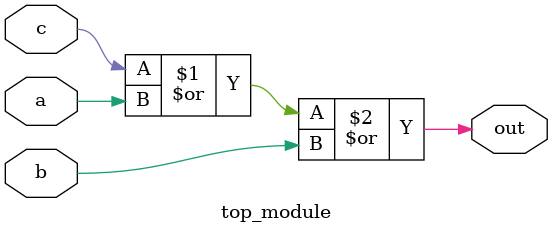
<source format=v>
/*卡诺图化简：
    1.画图要将相邻项画在一起：00 01 11 10（首尾二者相邻）
    2.化简：遵循矩形框原则，且矩形框内的元素是2的n次幂个，越大越简
    3.任意项x画圈时可当做1
*/
module top_module(
    input a,
    input b,
    input c,
    output out  ); 
    assign out =c|a|b ;

endmodule


</source>
